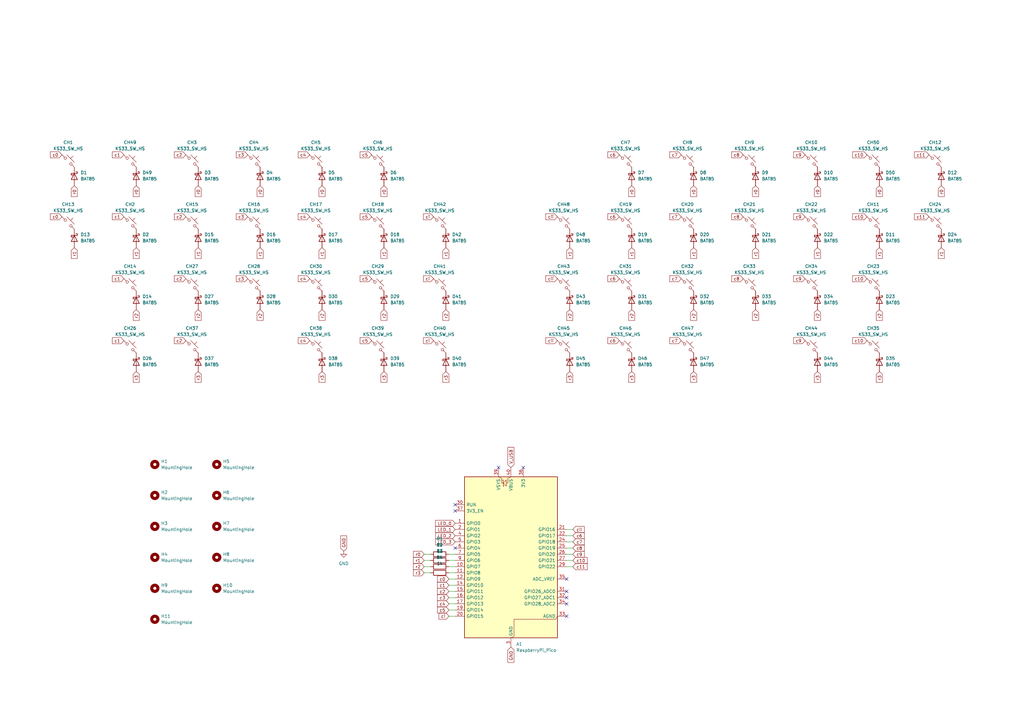
<source format=kicad_sch>
(kicad_sch (version 20250114) (generator "eeschema") (generator_version "9.0")
  (paper "A3")
  (title_block (title "Yet another keyboard") (date "2025-07-26") (rev "1.0-a") (company "My little free time Ltd") (comment 1 "This time non/split") (comment 2 "And I'll add a plate too!"))
  (no_connect (at 186.69 207.01))
  (no_connect (at 232.41 237.49))
  (no_connect (at 232.41 247.65))
  (no_connect (at 204.47 191.77))
  (no_connect (at 232.41 252.73))
  (no_connect (at 186.69 209.55))
  (no_connect (at 232.41 242.57))
  (no_connect (at 232.41 245.11))
  (no_connect (at 214.63 191.77))
  (no_connect (at 186.69 224.79))
  (wire (pts (xy 232.41 222.25) (xy 234.95 222.25)))
  (wire (pts (xy 184.15 227.33) (xy 186.69 227.33)))
  (wire (pts (xy 173.99 227.33) (xy 176.53 227.33)))
  (wire (pts (xy 184.15 242.57) (xy 186.69 242.57)))
  (wire (pts (xy 232.41 224.79) (xy 234.95 224.79)))
  (wire (pts (xy 232.41 227.33) (xy 234.95 227.33)))
  (wire (pts (xy 184.15 240.03) (xy 186.69 240.03)))
  (wire (pts (xy 184.15 252.73) (xy 186.69 252.73)))
  (wire (pts (xy 232.41 219.71) (xy 234.95 219.71)))
  (wire (pts (xy 184.15 234.95) (xy 186.69 234.95)))
  (wire (pts (xy 232.41 217.17) (xy 234.95 217.17)))
  (wire (pts (xy 184.15 232.41) (xy 186.69 232.41)))
  (wire (pts (xy 184.15 245.11) (xy 186.69 245.11)))
  (wire (pts (xy 184.15 250.19) (xy 186.69 250.19)))
  (wire (pts (xy 184.15 247.65) (xy 186.69 247.65)))
  (wire (pts (xy 232.41 232.41) (xy 234.95 232.41)))
  (wire (pts (xy 173.99 229.87) (xy 176.53 229.87)))
  (wire (pts (xy 173.99 232.41) (xy 176.53 232.41)))
  (wire (pts (xy 232.41 229.87) (xy 234.95 229.87)))
  (wire (pts (xy 184.15 229.87) (xy 186.69 229.87)))
  (wire (pts (xy 173.99 234.95) (xy 176.53 234.95)))
  (wire (pts (xy 184.15 237.49) (xy 186.69 237.49)))
  (global_label "c1" (shape input) (at 50.8 114.3 180) (property "Intersheetrefs" "${INTERSHEET_REFS}" (effects (hide yes))))
  (global_label "c5" (shape input) (at 152.4 88.9 180) (property "Intersheetrefs" "${INTERSHEET_REFS}" (effects (hide yes))))
  (global_label "r1" (shape input) (at 335.28 101.6 270) (property "Intersheetrefs" "${INTERSHEET_REFS}" (effects (hide yes))))
  (global_label "c5" (shape input) (at 184.15 250.19 180) (property "Intersheetrefs" "${INTERSHEET_REFS}" (effects (hide yes))))
  (global_label "r3" (shape input) (at 81.28 152.4 270) (property "Intersheetrefs" "${INTERSHEET_REFS}" (effects (hide yes))))
  (global_label "c4" (shape input) (at 184.15 247.65 180) (property "Intersheetrefs" "${INTERSHEET_REFS}" (effects (hide yes))))
  (global_label "r0" (shape input) (at 335.28 76.2 270) (property "Intersheetrefs" "${INTERSHEET_REFS}" (effects (hide yes))))
  (global_label "c2" (shape input) (at 76.2 114.3 180) (property "Intersheetrefs" "${INTERSHEET_REFS}" (effects (hide yes))))
  (global_label "r0" (shape input) (at 284.48 76.2 270) (property "Intersheetrefs" "${INTERSHEET_REFS}" (effects (hide yes))))
  (global_label "c2" (shape input) (at 184.15 242.57 180) (property "Intersheetrefs" "${INTERSHEET_REFS}" (effects (hide yes))))
  (global_label "r0" (shape input) (at 386.08 76.2 270) (property "Intersheetrefs" "${INTERSHEET_REFS}" (effects (hide yes))))
  (global_label "r3" (shape input) (at 182.88 152.4 270) (property "Intersheetrefs" "${INTERSHEET_REFS}" (effects (hide yes))))
  (global_label "c3" (shape input) (at 101.6 63.5 180) (property "Intersheetrefs" "${INTERSHEET_REFS}" (effects (hide yes))))
  (global_label "r1" (shape input) (at 55.88 101.6 270) (property "Intersheetrefs" "${INTERSHEET_REFS}" (effects (hide yes))))
  (global_label "r3" (shape input) (at 259.08 152.4 270) (property "Intersheetrefs" "${INTERSHEET_REFS}" (effects (hide yes))))
  (global_label "r0" (shape input) (at 157.48 76.2 270) (property "Intersheetrefs" "${INTERSHEET_REFS}" (effects (hide yes))))
  (global_label "ci" (shape input) (at 177.8 139.7 180) (property "Intersheetrefs" "${INTERSHEET_REFS}" (effects (hide yes))))
  (global_label "r1" (shape input) (at 284.48 101.6 270) (property "Intersheetrefs" "${INTERSHEET_REFS}" (effects (hide yes))))
  (global_label "c3" (shape input) (at 101.6 88.9 180) (property "Intersheetrefs" "${INTERSHEET_REFS}" (effects (hide yes))))
  (global_label "r1" (shape input) (at 81.28 101.6 270) (property "Intersheetrefs" "${INTERSHEET_REFS}" (effects (hide yes))))
  (global_label "r2" (shape input) (at 173.99 232.41 180) (property "Intersheetrefs" "${INTERSHEET_REFS}" (effects (hide yes))))
  (global_label "c3" (shape input) (at 101.6 114.3 180) (property "Intersheetrefs" "${INTERSHEET_REFS}" (effects (hide yes))))
  (global_label "cii" (shape input) (at 228.6 88.9 180) (property "Intersheetrefs" "${INTERSHEET_REFS}" (effects (hide yes))))
  (global_label "c11" (shape input) (at 381 88.9 180) (property "Intersheetrefs" "${INTERSHEET_REFS}" (effects (hide yes))))
  (global_label "r2" (shape input) (at 259.08 127 270) (property "Intersheetrefs" "${INTERSHEET_REFS}" (effects (hide yes))))
  (global_label "r3" (shape input) (at 157.48 152.4 270) (property "Intersheetrefs" "${INTERSHEET_REFS}" (effects (hide yes))))
  (global_label "ci" (shape input) (at 177.8 114.3 180) (property "Intersheetrefs" "${INTERSHEET_REFS}" (effects (hide yes))))
  (global_label "c4" (shape input) (at 127 139.7 180) (property "Intersheetrefs" "${INTERSHEET_REFS}" (effects (hide yes))))
  (global_label "cii" (shape input) (at 228.6 139.7 180) (property "Intersheetrefs" "${INTERSHEET_REFS}" (effects (hide yes))))
  (global_label "cii" (shape input) (at 228.6 114.3 180) (property "Intersheetrefs" "${INTERSHEET_REFS}" (effects (hide yes))))
  (global_label "r1" (shape input) (at 233.68 101.6 270) (property "Intersheetrefs" "${INTERSHEET_REFS}" (effects (hide yes))))
  (global_label "LED_1" (shape input) (at 186.69 217.17 180) (property "Intersheetrefs" "${INTERSHEET_REFS}" (effects (hide yes))))
  (global_label "c7" (shape input) (at 279.4 139.7 180) (property "Intersheetrefs" "${INTERSHEET_REFS}" (effects (hide yes))))
  (global_label "c6" (shape input) (at 254 88.9 180) (property "Intersheetrefs" "${INTERSHEET_REFS}" (effects (hide yes))))
  (global_label "c10" (shape input) (at 355.6 63.5 180) (property "Intersheetrefs" "${INTERSHEET_REFS}" (effects (hide yes))))
  (global_label "c9" (shape input) (at 234.95 227.33 0) (property "Intersheetrefs" "${INTERSHEET_REFS}" (effects (hide yes))))
  (global_label "r2" (shape input) (at 106.68 127 270) (property "Intersheetrefs" "${INTERSHEET_REFS}" (effects (hide yes))))
  (global_label "r1" (shape input) (at 386.08 101.6 270) (property "Intersheetrefs" "${INTERSHEET_REFS}" (effects (hide yes))))
  (global_label "r0" (shape input) (at 259.08 76.2 270) (property "Intersheetrefs" "${INTERSHEET_REFS}" (effects (hide yes))))
  (global_label "c8" (shape input) (at 304.8 114.3 180) (property "Intersheetrefs" "${INTERSHEET_REFS}" (effects (hide yes))))
  (global_label "c9" (shape input) (at 330.2 114.3 180) (property "Intersheetrefs" "${INTERSHEET_REFS}" (effects (hide yes))))
  (global_label "c5" (shape input) (at 152.4 63.5 180) (property "Intersheetrefs" "${INTERSHEET_REFS}" (effects (hide yes))))
  (global_label "c8" (shape input) (at 304.8 88.9 180) (property "Intersheetrefs" "${INTERSHEET_REFS}" (effects (hide yes))))
  (global_label "c9" (shape input) (at 330.2 63.5 180) (property "Intersheetrefs" "${INTERSHEET_REFS}" (effects (hide yes))))
  (global_label "c2" (shape input) (at 76.2 88.9 180) (property "Intersheetrefs" "${INTERSHEET_REFS}" (effects (hide yes))))
  (global_label "c4" (shape input) (at 127 88.9 180) (property "Intersheetrefs" "${INTERSHEET_REFS}" (effects (hide yes))))
  (global_label "r3" (shape input) (at 233.68 152.4 270) (property "Intersheetrefs" "${INTERSHEET_REFS}" (effects (hide yes))))
  (global_label "r2" (shape input) (at 182.88 127 270) (property "Intersheetrefs" "${INTERSHEET_REFS}" (effects (hide yes))))
  (global_label "c10" (shape input) (at 355.6 139.7 180) (property "Intersheetrefs" "${INTERSHEET_REFS}" (effects (hide yes))))
  (global_label "r2" (shape input) (at 81.28 127 270) (property "Intersheetrefs" "${INTERSHEET_REFS}" (effects (hide yes))))
  (global_label "r0" (shape input) (at 309.88 76.2 270) (property "Intersheetrefs" "${INTERSHEET_REFS}" (effects (hide yes))))
  (global_label "r1" (shape input) (at 173.99 229.87 180) (property "Intersheetrefs" "${INTERSHEET_REFS}" (effects (hide yes))))
  (global_label "r2" (shape input) (at 157.48 127 270) (property "Intersheetrefs" "${INTERSHEET_REFS}" (effects (hide yes))))
  (global_label "c7" (shape input) (at 279.4 63.5 180) (property "Intersheetrefs" "${INTERSHEET_REFS}" (effects (hide yes))))
  (global_label "c5" (shape input) (at 152.4 114.3 180) (property "Intersheetrefs" "${INTERSHEET_REFS}" (effects (hide yes))))
  (global_label "c7" (shape input) (at 279.4 114.3 180) (property "Intersheetrefs" "${INTERSHEET_REFS}" (effects (hide yes))))
  (global_label "r2" (shape input) (at 360.68 127 270) (property "Intersheetrefs" "${INTERSHEET_REFS}" (effects (hide yes))))
  (global_label "c1" (shape input) (at 50.8 88.9 180) (property "Intersheetrefs" "${INTERSHEET_REFS}" (effects (hide yes))))
  (global_label "c8" (shape input) (at 234.95 224.79 0) (property "Intersheetrefs" "${INTERSHEET_REFS}" (effects (hide yes))))
  (global_label "V_USB" (shape input) (at 209.55 191.77 90) (property "Intersheetrefs" "${INTERSHEET_REFS}" (effects (hide yes))))
  (global_label "LED_0" (shape input) (at 186.69 214.63 180) (property "Intersheetrefs" "${INTERSHEET_REFS}" (effects (hide yes))))
  (global_label "r3" (shape input) (at 360.68 152.4 270) (property "Intersheetrefs" "${INTERSHEET_REFS}" (effects (hide yes))))
  (global_label "c0" (shape input) (at 25.4 88.9 180) (property "Intersheetrefs" "${INTERSHEET_REFS}" (effects (hide yes))))
  (global_label "LED_2" (shape input) (at 186.69 219.71 180) (property "Intersheetrefs" "${INTERSHEET_REFS}" (effects (hide yes))))
  (global_label "c3" (shape input) (at 184.15 245.11 180) (property "Intersheetrefs" "${INTERSHEET_REFS}" (effects (hide yes))))
  (global_label "r3" (shape input) (at 335.28 152.4 270) (property "Intersheetrefs" "${INTERSHEET_REFS}" (effects (hide yes))))
  (global_label "r0" (shape input) (at 173.99 227.33 180) (property "Intersheetrefs" "${INTERSHEET_REFS}" (effects (hide yes))))
  (global_label "r2" (shape input) (at 233.68 127 270) (property "Intersheetrefs" "${INTERSHEET_REFS}" (effects (hide yes))))
  (global_label "c10" (shape input) (at 355.6 114.3 180) (property "Intersheetrefs" "${INTERSHEET_REFS}" (effects (hide yes))))
  (global_label "c4" (shape input) (at 127 114.3 180) (property "Intersheetrefs" "${INTERSHEET_REFS}" (effects (hide yes))))
  (global_label "ci" (shape input) (at 177.8 88.9 180) (property "Intersheetrefs" "${INTERSHEET_REFS}" (effects (hide yes))))
  (global_label "r0" (shape input) (at 132.08 76.2 270) (property "Intersheetrefs" "${INTERSHEET_REFS}" (effects (hide yes))))
  (global_label "r0" (shape input) (at 30.48 76.2 270) (property "Intersheetrefs" "${INTERSHEET_REFS}" (effects (hide yes))))
  (global_label "r1" (shape input) (at 157.48 101.6 270) (property "Intersheetrefs" "${INTERSHEET_REFS}" (effects (hide yes))))
  (global_label "c9" (shape input) (at 330.2 139.7 180) (property "Intersheetrefs" "${INTERSHEET_REFS}" (effects (hide yes))))
  (global_label "LED_3" (shape input) (at 186.69 222.25 180) (property "Intersheetrefs" "${INTERSHEET_REFS}" (effects (hide yes))))
  (global_label "c10" (shape input) (at 355.6 88.9 180) (property "Intersheetrefs" "${INTERSHEET_REFS}" (effects (hide yes))))
  (global_label "c7" (shape input) (at 279.4 88.9 180) (property "Intersheetrefs" "${INTERSHEET_REFS}" (effects (hide yes))))
  (global_label "r2" (shape input) (at 284.48 127 270) (property "Intersheetrefs" "${INTERSHEET_REFS}" (effects (hide yes))))
  (global_label "c5" (shape input) (at 152.4 139.7 180) (property "Intersheetrefs" "${INTERSHEET_REFS}" (effects (hide yes))))
  (global_label "r0" (shape input) (at 106.68 76.2 270) (property "Intersheetrefs" "${INTERSHEET_REFS}" (effects (hide yes))))
  (global_label "r3" (shape input) (at 132.08 152.4 270) (property "Intersheetrefs" "${INTERSHEET_REFS}" (effects (hide yes))))
  (global_label "r2" (shape input) (at 335.28 127 270) (property "Intersheetrefs" "${INTERSHEET_REFS}" (effects (hide yes))))
  (global_label "GND" (shape input) (at 140.97 226.06 90) (property "Intersheetrefs" "${INTERSHEET_REFS}" (effects (hide yes))))
  (global_label "c6" (shape input) (at 254 114.3 180) (property "Intersheetrefs" "${INTERSHEET_REFS}" (effects (hide yes))))
  (global_label "r2" (shape input) (at 55.88 127 270) (property "Intersheetrefs" "${INTERSHEET_REFS}" (effects (hide yes))))
  (global_label "c8" (shape input) (at 304.8 63.5 180) (property "Intersheetrefs" "${INTERSHEET_REFS}" (effects (hide yes))))
  (global_label "c11" (shape input) (at 381 63.5 180) (property "Intersheetrefs" "${INTERSHEET_REFS}" (effects (hide yes))))
  (global_label "c7" (shape input) (at 234.95 222.25 0) (property "Intersheetrefs" "${INTERSHEET_REFS}" (effects (hide yes))))
  (global_label "c10" (shape input) (at 234.95 229.87 0) (property "Intersheetrefs" "${INTERSHEET_REFS}" (effects (hide yes))))
  (global_label "c4" (shape input) (at 127 63.5 180) (property "Intersheetrefs" "${INTERSHEET_REFS}" (effects (hide yes))))
  (global_label "r0" (shape input) (at 360.68 76.2 270) (property "Intersheetrefs" "${INTERSHEET_REFS}" (effects (hide yes))))
  (global_label "r1" (shape input) (at 132.08 101.6 270) (property "Intersheetrefs" "${INTERSHEET_REFS}" (effects (hide yes))))
  (global_label "c2" (shape input) (at 76.2 139.7 180) (property "Intersheetrefs" "${INTERSHEET_REFS}" (effects (hide yes))))
  (global_label "r3" (shape input) (at 284.48 152.4 270) (property "Intersheetrefs" "${INTERSHEET_REFS}" (effects (hide yes))))
  (global_label "r1" (shape input) (at 259.08 101.6 270) (property "Intersheetrefs" "${INTERSHEET_REFS}" (effects (hide yes))))
  (global_label "r0" (shape input) (at 55.88 76.2 270) (property "Intersheetrefs" "${INTERSHEET_REFS}" (effects (hide yes))))
  (global_label "c6" (shape input) (at 254 63.5 180) (property "Intersheetrefs" "${INTERSHEET_REFS}" (effects (hide yes))))
  (global_label "c6" (shape input) (at 234.95 219.71 0) (property "Intersheetrefs" "${INTERSHEET_REFS}" (effects (hide yes))))
  (global_label "r1" (shape input) (at 309.88 101.6 270) (property "Intersheetrefs" "${INTERSHEET_REFS}" (effects (hide yes))))
  (global_label "c9" (shape input) (at 330.2 88.9 180) (property "Intersheetrefs" "${INTERSHEET_REFS}" (effects (hide yes))))
  (global_label "c0" (shape input) (at 25.4 63.5 180) (property "Intersheetrefs" "${INTERSHEET_REFS}" (effects (hide yes))))
  (global_label "c1" (shape input) (at 50.8 139.7 180) (property "Intersheetrefs" "${INTERSHEET_REFS}" (effects (hide yes))))
  (global_label "r1" (shape input) (at 30.48 101.6 270) (property "Intersheetrefs" "${INTERSHEET_REFS}" (effects (hide yes))))
  (global_label "c0" (shape input) (at 184.15 237.49 180) (property "Intersheetrefs" "${INTERSHEET_REFS}" (effects (hide yes))))
  (global_label "r1" (shape input) (at 360.68 101.6 270) (property "Intersheetrefs" "${INTERSHEET_REFS}" (effects (hide yes))))
  (global_label "ci" (shape input) (at 184.15 252.73 180) (property "Intersheetrefs" "${INTERSHEET_REFS}" (effects (hide yes))))
  (global_label "r0" (shape input) (at 81.28 76.2 270) (property "Intersheetrefs" "${INTERSHEET_REFS}" (effects (hide yes))))
  (global_label "c11" (shape input) (at 234.95 232.41 0) (property "Intersheetrefs" "${INTERSHEET_REFS}" (effects (hide yes))))
  (global_label "c1" (shape input) (at 50.8 63.5 180) (property "Intersheetrefs" "${INTERSHEET_REFS}" (effects (hide yes))))
  (global_label "r2" (shape input) (at 132.08 127 270) (property "Intersheetrefs" "${INTERSHEET_REFS}" (effects (hide yes))))
  (global_label "c1" (shape input) (at 184.15 240.03 180) (property "Intersheetrefs" "${INTERSHEET_REFS}" (effects (hide yes))))
  (global_label "r1" (shape input) (at 182.88 101.6 270) (property "Intersheetrefs" "${INTERSHEET_REFS}" (effects (hide yes))))
  (global_label "cii" (shape input) (at 234.95 217.17 0) (property "Intersheetrefs" "${INTERSHEET_REFS}" (effects (hide yes))))
  (global_label "GND" (shape input) (at 209.55 265.43 270) (property "Intersheetrefs" "${INTERSHEET_REFS}" (effects (hide yes))))
  (global_label "r3" (shape input) (at 55.88 152.4 270) (property "Intersheetrefs" "${INTERSHEET_REFS}" (effects (hide yes))))
  (global_label "r3" (shape input) (at 173.99 234.95 180) (property "Intersheetrefs" "${INTERSHEET_REFS}" (effects (hide yes))))
  (global_label "c2" (shape input) (at 76.2 63.5 180) (property "Intersheetrefs" "${INTERSHEET_REFS}" (effects (hide yes))))
  (global_label "r2" (shape input) (at 309.88 127 270) (property "Intersheetrefs" "${INTERSHEET_REFS}" (effects (hide yes))))
  (global_label "c6" (shape input) (at 254 139.7 180) (property "Intersheetrefs" "${INTERSHEET_REFS}" (effects (hide yes))))
  (global_label "r1" (shape input) (at 106.68 101.6 270) (property "Intersheetrefs" "${INTERSHEET_REFS}" (effects (hide yes))))
  (symbol (lib_id "Diode:BAT85") (at 81.28 97.79 270) (unit 1)
    (property "Reference" "D15" (at 83.82 96.2024 90) (effects (justify left)))
    (property "Value" "BAT85" (at 83.82 98.7424 90) (effects (justify left)))
    (property "Footprint" "Diode_THT:D_DO-35_SOD27_P7.62mm_Horizontal" (effects (hide yes)))
    (property "Datasheet" "https://assets.nexperia.com/documents/data-sheet/BAT85.pdf" (effects (hide yes)))
    (property "Description" "30V 0.2A Schottky barrier single diode, DO-35" (effects (hide yes)))
  )
  (symbol (lib_id "Diode:BAT85") (at 182.88 148.59 270) (unit 1)
    (property "Reference" "D40" (at 185.42 147.0024 90) (effects (justify left)))
    (property "Value" "BAT85" (at 185.42 149.5424 90) (effects (justify left)))
    (property "Footprint" "Diode_THT:D_DO-35_SOD27_P7.62mm_Horizontal" (effects (hide yes)))
    (property "Datasheet" "https://assets.nexperia.com/documents/data-sheet/BAT85.pdf" (effects (hide yes)))
    (property "Description" "30V 0.2A Schottky barrier single diode, DO-35" (effects (hide yes)))
  )
  (symbol (lib_id "PCM_marbastlib-gateron_lp:KS33_SW_HS_KS-2P02B01-02") (at 231.14 116.84 0) (unit 1)
    (property "Reference" "CH43" (at 231.14 109.22 0))
    (property "Value" "KS33_SW_HS" (at 231.14 111.76 0))
    (property "Footprint" "packed_switches_library:SW_KS33_HS_1u_18.5mm" (effects (hide yes)))
    (property "Description" "Push button switch, normally open, two pins, 45° tilted" (effects (hide yes)))
  )
  (symbol (lib_id "Diode:BAT85") (at 81.28 148.59 270) (unit 1)
    (property "Reference" "D37" (at 83.82 147.0024 90) (effects (justify left)))
    (property "Value" "BAT85" (at 83.82 149.5424 90) (effects (justify left)))
    (property "Footprint" "Diode_THT:D_DO-35_SOD27_P7.62mm_Horizontal" (effects (hide yes)))
    (property "Datasheet" "https://assets.nexperia.com/documents/data-sheet/BAT85.pdf" (effects (hide yes)))
    (property "Description" "30V 0.2A Schottky barrier single diode, DO-35" (effects (hide yes)))
  )
  (symbol (lib_id "Diode:BAT85") (at 233.68 97.79 270) (unit 1)
    (property "Reference" "D48" (at 236.22 96.2024 90) (effects (justify left)))
    (property "Value" "BAT85" (at 236.22 98.7424 90) (effects (justify left)))
    (property "Footprint" "Diode_THT:D_DO-35_SOD27_P7.62mm_Horizontal" (effects (hide yes)))
    (property "Datasheet" "https://assets.nexperia.com/documents/data-sheet/BAT85.pdf" (effects (hide yes)))
    (property "Description" "30V 0.2A Schottky barrier single diode, DO-35" (effects (hide yes)))
  )
  (symbol (lib_id "Diode:BAT85") (at 259.08 123.19 270) (unit 1)
    (property "Reference" "D31" (at 261.62 121.6024 90) (effects (justify left)))
    (property "Value" "BAT85" (at 261.62 124.1424 90) (effects (justify left)))
    (property "Footprint" "Diode_THT:D_DO-35_SOD27_P7.62mm_Horizontal" (effects (hide yes)))
    (property "Datasheet" "https://assets.nexperia.com/documents/data-sheet/BAT85.pdf" (effects (hide yes)))
    (property "Description" "30V 0.2A Schottky barrier single diode, DO-35" (effects (hide yes)))
  )
  (symbol (lib_id "Diode:BAT85") (at 106.68 97.79 270) (unit 1)
    (property "Reference" "D16" (at 109.22 96.2024 90) (effects (justify left)))
    (property "Value" "BAT85" (at 109.22 98.7424 90) (effects (justify left)))
    (property "Footprint" "Diode_THT:D_DO-35_SOD27_P7.62mm_Horizontal" (effects (hide yes)))
    (property "Datasheet" "https://assets.nexperia.com/documents/data-sheet/BAT85.pdf" (effects (hide yes)))
    (property "Description" "30V 0.2A Schottky barrier single diode, DO-35" (effects (hide yes)))
  )
  (symbol (lib_id "PCM_marbastlib-gateron_lp:KS33_SW_HS_KS-2P02B01-02") (at 154.94 116.84 0) (unit 1)
    (property "Reference" "CH29" (at 154.94 109.22 0))
    (property "Value" "KS33_SW_HS" (at 154.94 111.76 0))
    (property "Footprint" "packed_switches_library:SW_KS33_HS_1u_18.5mm" (effects (hide yes)))
    (property "Description" "Push button switch, normally open, two pins, 45° tilted" (effects (hide yes)))
  )
  (symbol (lib_id "Diode:BAT85") (at 182.88 97.79 270) (unit 1)
    (property "Reference" "D42" (at 185.42 96.2024 90) (effects (justify left)))
    (property "Value" "BAT85" (at 185.42 98.7424 90) (effects (justify left)))
    (property "Footprint" "Diode_THT:D_DO-35_SOD27_P7.62mm_Horizontal" (effects (hide yes)))
    (property "Datasheet" "https://assets.nexperia.com/documents/data-sheet/BAT85.pdf" (effects (hide yes)))
    (property "Description" "30V 0.2A Schottky barrier single diode, DO-35" (effects (hide yes)))
  )
  (symbol (lib_id "PCM_marbastlib-gateron_lp:KS33_SW_HS_KS-2P02B01-02") (at 53.34 66.04 0) (unit 1)
    (property "Reference" "CH49" (at 53.34 58.42 0))
    (property "Value" "KS33_SW_HS" (at 53.34 60.96 0))
    (property "Footprint" "packed_switches_library:SW_KS33_HS_1u_18.5mm" (effects (hide yes)))
    (property "Description" "Push button switch, normally open, two pins, 45° tilted" (effects (hide yes)))
  )
  (symbol (lib_id "Mechanical:MountingHole") (at 88.9 190.5 0) (unit 1) (in_bom no)
    (property "Reference" "H5" (at 91.44 189.2299 0) (effects (justify left)))
    (property "Value" "MountingHole" (at 91.44 191.7699 0) (effects (justify left)))
    (property "Footprint" "MountingHole:MountingHole_3.2mm_M3_Pad_Via" (effects (hide yes)))
    (property "Description" "Mounting Hole without connection" (effects (hide yes)))
  )
  (symbol (lib_id "PCM_marbastlib-gateron_lp:KS33_SW_HS_KS-2P02B01-02") (at 78.74 66.04 0) (unit 1)
    (property "Reference" "CH3" (at 78.74 58.42 0))
    (property "Value" "KS33_SW_HS" (at 78.74 60.96 0))
    (property "Footprint" "packed_switches_library:SW_KS33_HS_1u_18.5mm" (effects (hide yes)))
    (property "Description" "Push button switch, normally open, two pins, 45° tilted" (effects (hide yes)))
  )
  (symbol (lib_id "PCM_marbastlib-gateron_lp:KS33_SW_HS_KS-2P02B01-02") (at 27.94 66.04 0) (unit 1)
    (property "Reference" "CH1" (at 27.94 58.42 0))
    (property "Value" "KS33_SW_HS" (at 27.94 60.96 0))
    (property "Footprint" "packed_switches_library:SW_KS33_HS_1u_18.5mm" (effects (hide yes)))
    (property "Description" "Push button switch, normally open, two pins, 45° tilted" (effects (hide yes)))
  )
  (symbol (lib_id "PCM_marbastlib-gateron_lp:KS33_SW_HS_KS-2P02B01-02") (at 358.14 142.24 0) (unit 1)
    (property "Reference" "CH35" (at 358.14 134.62 0))
    (property "Value" "KS33_SW_HS" (at 358.14 137.16 0))
    (property "Footprint" "packed_switches_library:SW_KS33_HS_1u_18.5mm" (effects (hide yes)))
    (property "Description" "Push button switch, normally open, two pins, 45° tilted" (effects (hide yes)))
  )
  (symbol (lib_id "Diode:BAT85") (at 309.88 97.79 270) (unit 1)
    (property "Reference" "D21" (at 312.42 96.2024 90) (effects (justify left)))
    (property "Value" "BAT85" (at 312.42 98.7424 90) (effects (justify left)))
    (property "Footprint" "Diode_THT:D_DO-35_SOD27_P7.62mm_Horizontal" (effects (hide yes)))
    (property "Datasheet" "https://assets.nexperia.com/documents/data-sheet/BAT85.pdf" (effects (hide yes)))
    (property "Description" "30V 0.2A Schottky barrier single diode, DO-35" (effects (hide yes)))
  )
  (symbol (lib_id "Diode:BAT85") (at 106.68 123.19 270) (unit 1)
    (property "Reference" "D28" (at 109.22 121.6024 90) (effects (justify left)))
    (property "Value" "BAT85" (at 109.22 124.1424 90) (effects (justify left)))
    (property "Footprint" "Diode_THT:D_DO-35_SOD27_P7.62mm_Horizontal" (effects (hide yes)))
    (property "Datasheet" "https://assets.nexperia.com/documents/data-sheet/BAT85.pdf" (effects (hide yes)))
    (property "Description" "30V 0.2A Schottky barrier single diode, DO-35" (effects (hide yes)))
  )
  (symbol (lib_id "PCM_marbastlib-gateron_lp:KS33_SW_HS_KS-2P02B01-02") (at 78.74 91.44 0) (unit 1)
    (property "Reference" "CH15" (at 78.74 83.82 0))
    (property "Value" "KS33_SW_HS" (at 78.74 86.36 0))
    (property "Footprint" "packed_switches_library:SW_KS33_HS_1u_18.5mm" (effects (hide yes)))
    (property "Description" "Push button switch, normally open, two pins, 45° tilted" (effects (hide yes)))
  )
  (symbol (lib_id "PCM_marbastlib-gateron_lp:KS33_SW_HS_KS-2P02B01-02") (at 27.94 91.44 0) (unit 1)
    (property "Reference" "CH13" (at 27.94 83.82 0))
    (property "Value" "KS33_SW_HS" (at 27.94 86.36 0))
    (property "Footprint" "packed_switches_library:SW_KS33_HS_1u_18.5mm" (effects (hide yes)))
    (property "Description" "Push button switch, normally open, two pins, 45° tilted" (effects (hide yes)))
  )
  (symbol (lib_id "Diode:BAT85") (at 81.28 72.39 270) (unit 1)
    (property "Reference" "D3" (at 83.82 70.8024 90) (effects (justify left)))
    (property "Value" "BAT85" (at 83.82 73.3424 90) (effects (justify left)))
    (property "Footprint" "Diode_THT:D_DO-35_SOD27_P7.62mm_Horizontal" (effects (hide yes)))
    (property "Datasheet" "https://assets.nexperia.com/documents/data-sheet/BAT85.pdf" (effects (hide yes)))
    (property "Description" "30V 0.2A Schottky barrier single diode, DO-35" (effects (hide yes)))
  )
  (symbol (lib_id "PCM_marbastlib-gateron_lp:KS33_SW_HS_KS-2P02B01-02") (at 256.54 91.44 0) (unit 1)
    (property "Reference" "CH19" (at 256.54 83.82 0))
    (property "Value" "KS33_SW_HS" (at 256.54 86.36 0))
    (property "Footprint" "packed_switches_library:SW_KS33_HS_1u_18.5mm" (effects (hide yes)))
    (property "Description" "Push button switch, normally open, two pins, 45° tilted" (effects (hide yes)))
  )
  (symbol (lib_id "Diode:BAT85") (at 259.08 72.39 270) (unit 1)
    (property "Reference" "D7" (at 261.62 70.8024 90) (effects (justify left)))
    (property "Value" "BAT85" (at 261.62 73.3424 90) (effects (justify left)))
    (property "Footprint" "Diode_THT:D_DO-35_SOD27_P7.62mm_Horizontal" (effects (hide yes)))
    (property "Datasheet" "https://assets.nexperia.com/documents/data-sheet/BAT85.pdf" (effects (hide yes)))
    (property "Description" "30V 0.2A Schottky barrier single diode, DO-35" (effects (hide yes)))
  )
  (symbol (lib_id "Diode:BAT85") (at 157.48 148.59 270) (unit 1)
    (property "Reference" "D39" (at 160.02 147.0024 90) (effects (justify left)))
    (property "Value" "BAT85" (at 160.02 149.5424 90) (effects (justify left)))
    (property "Footprint" "Diode_THT:D_DO-35_SOD27_P7.62mm_Horizontal" (effects (hide yes)))
    (property "Datasheet" "https://assets.nexperia.com/documents/data-sheet/BAT85.pdf" (effects (hide yes)))
    (property "Description" "30V 0.2A Schottky barrier single diode, DO-35" (effects (hide yes)))
  )
  (symbol (lib_id "PCM_marbastlib-gateron_lp:KS33_SW_HS_KS-2P02B01-02") (at 307.34 66.04 0) (unit 1)
    (property "Reference" "CH9" (at 307.34 58.42 0))
    (property "Value" "KS33_SW_HS" (at 307.34 60.96 0))
    (property "Footprint" "packed_switches_library:SW_KS33_HS_1u_18.5mm" (effects (hide yes)))
    (property "Description" "Push button switch, normally open, two pins, 45° tilted" (effects (hide yes)))
  )
  (symbol (lib_id "Diode:BAT85") (at 55.88 123.19 270) (unit 1)
    (property "Reference" "D14" (at 58.42 121.6024 90) (effects (justify left)))
    (property "Value" "BAT85" (at 58.42 124.1424 90) (effects (justify left)))
    (property "Footprint" "Diode_THT:D_DO-35_SOD27_P7.62mm_Horizontal" (effects (hide yes)))
    (property "Datasheet" "https://assets.nexperia.com/documents/data-sheet/BAT85.pdf" (effects (hide yes)))
    (property "Description" "30V 0.2A Schottky barrier single diode, DO-35" (effects (hide yes)))
  )
  (symbol (lib_id "PCM_marbastlib-gateron_lp:KS33_SW_HS_KS-2P02B01-02") (at 104.14 116.84 0) (unit 1)
    (property "Reference" "CH28" (at 104.14 109.22 0))
    (property "Value" "KS33_SW_HS" (at 104.14 111.76 0))
    (property "Footprint" "packed_switches_library:SW_KS33_HS_1u_18.5mm" (effects (hide yes)))
    (property "Description" "Push button switch, normally open, two pins, 45° tilted" (effects (hide yes)))
  )
  (symbol (lib_id "Diode:BAT85") (at 30.48 97.79 270) (unit 1)
    (property "Reference" "D13" (at 33.02 96.2024 90) (effects (justify left)))
    (property "Value" "BAT85" (at 33.02 98.7424 90) (effects (justify left)))
    (property "Footprint" "Diode_THT:D_DO-35_SOD27_P7.62mm_Horizontal" (effects (hide yes)))
    (property "Datasheet" "https://assets.nexperia.com/documents/data-sheet/BAT85.pdf" (effects (hide yes)))
    (property "Description" "30V 0.2A Schottky barrier single diode, DO-35" (effects (hide yes)))
  )
  (symbol (lib_id "PCM_marbastlib-gateron_lp:KS33_SW_HS_KS-2P02B01-02") (at 358.14 116.84 0) (unit 1)
    (property "Reference" "CH23" (at 358.14 109.22 0))
    (property "Value" "KS33_SW_HS" (at 358.14 111.76 0))
    (property "Footprint" "packed_switches_library:SW_KS33_HS_1u_18.5mm" (effects (hide yes)))
    (property "Description" "Push button switch, normally open, two pins, 45° tilted" (effects (hide yes)))
  )
  (symbol (lib_id "PCM_marbastlib-gateron_lp:KS33_SW_HS_KS-2P02B01-02") (at 256.54 142.24 0) (unit 1)
    (property "Reference" "CH46" (at 256.54 134.62 0))
    (property "Value" "KS33_SW_HS" (at 256.54 137.16 0))
    (property "Footprint" "packed_switches_library:SW_KS33_HS_1u_18.5mm" (effects (hide yes)))
    (property "Description" "Push button switch, normally open, two pins, 45° tilted" (effects (hide yes)))
  )
  (symbol (lib_id "PCM_marbastlib-gateron_lp:KS33_SW_HS_KS-2P02B01-02") (at 383.54 91.44 0) (unit 1)
    (property "Reference" "CH24" (at 383.54 83.82 0))
    (property "Value" "KS33_SW_HS" (at 383.54 86.36 0))
    (property "Footprint" "packed_switches_library:SW_KS33_HS_1u_18.5mm" (effects (hide yes)))
    (property "Description" "Push button switch, normally open, two pins, 45° tilted" (effects (hide yes)))
  )
  (symbol (lib_id "PCM_marbastlib-gateron_lp:KS33_SW_HS_KS-2P02B01-02") (at 129.54 116.84 0) (unit 1)
    (property "Reference" "CH30" (at 129.54 109.22 0))
    (property "Value" "KS33_SW_HS" (at 129.54 111.76 0))
    (property "Footprint" "packed_switches_library:SW_KS33_HS_1u_18.5mm" (effects (hide yes)))
    (property "Description" "Push button switch, normally open, two pins, 45° tilted" (effects (hide yes)))
  )
  (symbol (lib_id "Diode:BAT85") (at 335.28 123.19 270) (unit 1)
    (property "Reference" "D34" (at 337.82 121.6024 90) (effects (justify left)))
    (property "Value" "BAT85" (at 337.82 124.1424 90) (effects (justify left)))
    (property "Footprint" "Diode_THT:D_DO-35_SOD27_P7.62mm_Horizontal" (effects (hide yes)))
    (property "Datasheet" "https://assets.nexperia.com/documents/data-sheet/BAT85.pdf" (effects (hide yes)))
    (property "Description" "30V 0.2A Schottky barrier single diode, DO-35" (effects (hide yes)))
  )
  (symbol (lib_id "Mechanical:MountingHole") (at 88.9 241.3 0) (unit 1) (in_bom no)
    (property "Reference" "H10" (at 91.44 240.0299 0) (effects (justify left)))
    (property "Value" "MountingHole" (at 91.44 242.5699 0) (effects (justify left)))
    (property "Footprint" "MountingHole:MountingHole_3.2mm_M3_Pad_Via" (effects (hide yes)))
    (property "Description" "Mounting Hole without connection" (effects (hide yes)))
  )
  (symbol (lib_id "Diode:BAT85") (at 157.48 72.39 270) (unit 1)
    (property "Reference" "D6" (at 160.02 70.8024 90) (effects (justify left)))
    (property "Value" "BAT85" (at 160.02 73.3424 90) (effects (justify left)))
    (property "Footprint" "Diode_THT:D_DO-35_SOD27_P7.62mm_Horizontal" (effects (hide yes)))
    (property "Datasheet" "https://assets.nexperia.com/documents/data-sheet/BAT85.pdf" (effects (hide yes)))
    (property "Description" "30V 0.2A Schottky barrier single diode, DO-35" (effects (hide yes)))
  )
  (symbol (lib_id "Diode:BAT85") (at 309.88 123.19 270) (unit 1)
    (property "Reference" "D33" (at 312.42 121.6024 90) (effects (justify left)))
    (property "Value" "BAT85" (at 312.42 124.1424 90) (effects (justify left)))
    (property "Footprint" "Diode_THT:D_DO-35_SOD27_P7.62mm_Horizontal" (effects (hide yes)))
    (property "Datasheet" "https://assets.nexperia.com/documents/data-sheet/BAT85.pdf" (effects (hide yes)))
    (property "Description" "30V 0.2A Schottky barrier single diode, DO-35" (effects (hide yes)))
  )
  (symbol (lib_id "Mechanical:MountingHole") (at 88.9 228.6 0) (unit 1) (in_bom no)
    (property "Reference" "H8" (at 91.44 227.3299 0) (effects (justify left)))
    (property "Value" "MountingHole" (at 91.44 229.8699 0) (effects (justify left)))
    (property "Footprint" "MountingHole:MountingHole_3.2mm_M3_Pad_Via" (effects (hide yes)))
    (property "Description" "Mounting Hole without connection" (effects (hide yes)))
  )
  (symbol (lib_id "Diode:BAT85") (at 55.88 148.59 270) (unit 1)
    (property "Reference" "D26" (at 58.42 147.0024 90) (effects (justify left)))
    (property "Value" "BAT85" (at 58.42 149.5424 90) (effects (justify left)))
    (property "Footprint" "Diode_THT:D_DO-35_SOD27_P7.62mm_Horizontal" (effects (hide yes)))
    (property "Datasheet" "https://assets.nexperia.com/documents/data-sheet/BAT85.pdf" (effects (hide yes)))
    (property "Description" "30V 0.2A Schottky barrier single diode, DO-35" (effects (hide yes)))
  )
  (symbol (lib_id "Diode:BAT85") (at 309.88 72.39 270) (unit 1)
    (property "Reference" "D9" (at 312.42 70.8024 90) (effects (justify left)))
    (property "Value" "BAT85" (at 312.42 73.3424 90) (effects (justify left)))
    (property "Footprint" "Diode_THT:D_DO-35_SOD27_P7.62mm_Horizontal" (effects (hide yes)))
    (property "Datasheet" "https://assets.nexperia.com/documents/data-sheet/BAT85.pdf" (effects (hide yes)))
    (property "Description" "30V 0.2A Schottky barrier single diode, DO-35" (effects (hide yes)))
  )
  (symbol (lib_id "Mechanical:MountingHole") (at 63.5 215.9 0) (unit 1) (in_bom no)
    (property "Reference" "H3" (at 66.04 214.6299 0) (effects (justify left)))
    (property "Value" "MountingHole" (at 66.04 217.1699 0) (effects (justify left)))
    (property "Footprint" "MountingHole:MountingHole_3.2mm_M3_Pad_Via" (effects (hide yes)))
    (property "Description" "Mounting Hole without connection" (effects (hide yes)))
  )
  (symbol (lib_id "Diode:BAT85") (at 259.08 97.79 270) (unit 1)
    (property "Reference" "D19" (at 261.62 96.2024 90) (effects (justify left)))
    (property "Value" "BAT85" (at 261.62 98.7424 90) (effects (justify left)))
    (property "Footprint" "Diode_THT:D_DO-35_SOD27_P7.62mm_Horizontal" (effects (hide yes)))
    (property "Datasheet" "https://assets.nexperia.com/documents/data-sheet/BAT85.pdf" (effects (hide yes)))
    (property "Description" "30V 0.2A Schottky barrier single diode, DO-35" (effects (hide yes)))
  )
  (symbol (lib_id "PCM_marbastlib-gateron_lp:KS33_SW_HS_KS-2P02B01-02") (at 180.34 91.44 0) (unit 1)
    (property "Reference" "CH42" (at 180.34 83.82 0))
    (property "Value" "KS33_SW_HS" (at 180.34 86.36 0))
    (property "Footprint" "packed_switches_library:SW_KS33_HS_1u_18.5mm" (effects (hide yes)))
    (property "Description" "Push button switch, normally open, two pins, 45° tilted" (effects (hide yes)))
  )
  (symbol (lib_id "Diode:BAT85") (at 335.28 72.39 270) (unit 1)
    (property "Reference" "D10" (at 337.82 70.8024 90) (effects (justify left)))
    (property "Value" "BAT85" (at 337.82 73.3424 90) (effects (justify left)))
    (property "Footprint" "Diode_THT:D_DO-35_SOD27_P7.62mm_Horizontal" (effects (hide yes)))
    (property "Datasheet" "https://assets.nexperia.com/documents/data-sheet/BAT85.pdf" (effects (hide yes)))
    (property "Description" "30V 0.2A Schottky barrier single diode, DO-35" (effects (hide yes)))
  )
  (symbol (lib_id "PCM_marbastlib-gateron_lp:KS33_SW_HS_KS-2P02B01-02") (at 154.94 66.04 0) (unit 1)
    (property "Reference" "CH6" (at 154.94 58.42 0))
    (property "Value" "KS33_SW_HS" (at 154.94 60.96 0))
    (property "Footprint" "packed_switches_library:SW_KS33_HS_1u_18.5mm" (effects (hide yes)))
    (property "Description" "Push button switch, normally open, two pins, 45° tilted" (effects (hide yes)))
  )
  (symbol (lib_id "Diode:BAT85") (at 81.28 123.19 270) (unit 1)
    (property "Reference" "D27" (at 83.82 121.6024 90) (effects (justify left)))
    (property "Value" "BAT85" (at 83.82 124.1424 90) (effects (justify left)))
    (property "Footprint" "Diode_THT:D_DO-35_SOD27_P7.62mm_Horizontal" (effects (hide yes)))
    (property "Datasheet" "https://assets.nexperia.com/documents/data-sheet/BAT85.pdf" (effects (hide yes)))
    (property "Description" "30V 0.2A Schottky barrier single diode, DO-35" (effects (hide yes)))
  )
  (symbol (lib_id "Diode:BAT85") (at 55.88 72.39 270) (unit 1)
    (property "Reference" "D49" (at 58.42 70.8024 90) (effects (justify left)))
    (property "Value" "BAT85" (at 58.42 73.3424 90) (effects (justify left)))
    (property "Footprint" "Diode_THT:D_DO-35_SOD27_P7.62mm_Horizontal" (effects (hide yes)))
    (property "Datasheet" "https://assets.nexperia.com/documents/data-sheet/BAT85.pdf" (effects (hide yes)))
    (property "Description" "30V 0.2A Schottky barrier single diode, DO-35" (effects (hide yes)))
  )
  (symbol (lib_id "Mechanical:MountingHole") (at 63.5 203.2 0) (unit 1) (in_bom no)
    (property "Reference" "H2" (at 66.04 201.9299 0) (effects (justify left)))
    (property "Value" "MountingHole" (at 66.04 204.4699 0) (effects (justify left)))
    (property "Footprint" "MountingHole:MountingHole_3.2mm_M3_Pad_Via" (effects (hide yes)))
    (property "Description" "Mounting Hole without connection" (effects (hide yes)))
  )
  (symbol (lib_id "Diode:BAT85") (at 132.08 72.39 270) (unit 1)
    (property "Reference" "D5" (at 134.62 70.8024 90) (effects (justify left)))
    (property "Value" "BAT85" (at 134.62 73.3424 90) (effects (justify left)))
    (property "Footprint" "Diode_THT:D_DO-35_SOD27_P7.62mm_Horizontal" (effects (hide yes)))
    (property "Datasheet" "https://assets.nexperia.com/documents/data-sheet/BAT85.pdf" (effects (hide yes)))
    (property "Description" "30V 0.2A Schottky barrier single diode, DO-35" (effects (hide yes)))
  )
  (symbol (lib_id "PCM_marbastlib-gateron_lp:KS33_SW_HS_KS-2P02B01-02") (at 129.54 91.44 0) (unit 1)
    (property "Reference" "CH17" (at 129.54 83.82 0))
    (property "Value" "KS33_SW_HS" (at 129.54 86.36 0))
    (property "Footprint" "packed_switches_library:SW_KS33_HS_1u_18.5mm" (effects (hide yes)))
    (property "Description" "Push button switch, normally open, two pins, 45° tilted" (effects (hide yes)))
  )
  (symbol (lib_id "Diode:BAT85") (at 360.68 72.39 270) (unit 1)
    (property "Reference" "D50" (at 363.22 70.8024 90) (effects (justify left)))
    (property "Value" "BAT85" (at 363.22 73.3424 90) (effects (justify left)))
    (property "Footprint" "Diode_THT:D_DO-35_SOD27_P7.62mm_Horizontal" (effects (hide yes)))
    (property "Datasheet" "https://assets.nexperia.com/documents/data-sheet/BAT85.pdf" (effects (hide yes)))
    (property "Description" "30V 0.2A Schottky barrier single diode, DO-35" (effects (hide yes)))
  )
  (symbol (lib_id "Diode:BAT85") (at 360.68 148.59 270) (unit 1)
    (property "Reference" "D35" (at 363.22 147.0024 90) (effects (justify left)))
    (property "Value" "BAT85" (at 363.22 149.5424 90) (effects (justify left)))
    (property "Footprint" "Diode_THT:D_DO-35_SOD27_P7.62mm_Horizontal" (effects (hide yes)))
    (property "Datasheet" "https://assets.nexperia.com/documents/data-sheet/BAT85.pdf" (effects (hide yes)))
    (property "Description" "30V 0.2A Schottky barrier single diode, DO-35" (effects (hide yes)))
  )
  (symbol (lib_id "Diode:BAT85") (at 106.68 72.39 270) (unit 1)
    (property "Reference" "D4" (at 109.22 70.8024 90) (effects (justify left)))
    (property "Value" "BAT85" (at 109.22 73.3424 90) (effects (justify left)))
    (property "Footprint" "Diode_THT:D_DO-35_SOD27_P7.62mm_Horizontal" (effects (hide yes)))
    (property "Datasheet" "https://assets.nexperia.com/documents/data-sheet/BAT85.pdf" (effects (hide yes)))
    (property "Description" "30V 0.2A Schottky barrier single diode, DO-35" (effects (hide yes)))
  )
  (symbol (lib_id "Diode:BAT85") (at 360.68 97.79 270) (unit 1)
    (property "Reference" "D11" (at 363.22 96.2024 90) (effects (justify left)))
    (property "Value" "BAT85" (at 363.22 98.7424 90) (effects (justify left)))
    (property "Footprint" "Diode_THT:D_DO-35_SOD27_P7.62mm_Horizontal" (effects (hide yes)))
    (property "Datasheet" "https://assets.nexperia.com/documents/data-sheet/BAT85.pdf" (effects (hide yes)))
    (property "Description" "30V 0.2A Schottky barrier single diode, DO-35" (effects (hide yes)))
  )
  (symbol (lib_id "PCM_marbastlib-gateron_lp:KS33_SW_HS_KS-2P02B01-02") (at 231.14 91.44 0) (unit 1)
    (property "Reference" "CH48" (at 231.14 83.82 0))
    (property "Value" "KS33_SW_HS" (at 231.14 86.36 0))
    (property "Footprint" "packed_switches_library:SW_KS33_HS_1u_18.5mm" (effects (hide yes)))
    (property "Description" "Push button switch, normally open, two pins, 45° tilted" (effects (hide yes)))
  )
  (symbol (lib_id "PCM_marbastlib-gateron_lp:KS33_SW_HS_KS-2P02B01-02") (at 53.34 142.24 0) (unit 1)
    (property "Reference" "CH26" (at 53.34 134.62 0))
    (property "Value" "KS33_SW_HS" (at 53.34 137.16 0))
    (property "Footprint" "packed_switches_library:SW_KS33_HS_1u_18.5mm" (effects (hide yes)))
    (property "Description" "Push button switch, normally open, two pins, 45° tilted" (effects (hide yes)))
  )
  (symbol (lib_id "PCM_marbastlib-gateron_lp:KS33_SW_HS_KS-2P02B01-02") (at 281.94 66.04 0) (unit 1)
    (property "Reference" "CH8" (at 281.94 58.42 0))
    (property "Value" "KS33_SW_HS" (at 281.94 60.96 0))
    (property "Footprint" "packed_switches_library:SW_KS33_HS_1u_18.5mm" (effects (hide yes)))
    (property "Description" "Push button switch, normally open, two pins, 45° tilted" (effects (hide yes)))
  )
  (symbol (lib_id "PCM_marbastlib-gateron_lp:KS33_SW_HS_KS-2P02B01-02") (at 180.34 116.84 0) (unit 1)
    (property "Reference" "CH41" (at 180.34 109.22 0))
    (property "Value" "KS33_SW_HS" (at 180.34 111.76 0))
    (property "Footprint" "packed_switches_library:SW_KS33_HS_1u_18.5mm" (effects (hide yes)))
    (property "Description" "Push button switch, normally open, two pins, 45° tilted" (effects (hide yes)))
  )
  (symbol (lib_id "PCM_marbastlib-gateron_lp:KS33_SW_HS_KS-2P02B01-02") (at 307.34 116.84 0) (unit 1)
    (property "Reference" "CH33" (at 307.34 109.22 0))
    (property "Value" "KS33_SW_HS" (at 307.34 111.76 0))
    (property "Footprint" "packed_switches_library:SW_KS33_HS_1u_18.5mm" (effects (hide yes)))
    (property "Description" "Push button switch, normally open, two pins, 45° tilted" (effects (hide yes)))
  )
  (symbol (lib_id "Mechanical:MountingHole") (at 88.9 215.9 0) (unit 1) (in_bom no)
    (property "Reference" "H7" (at 91.44 214.6299 0) (effects (justify left)))
    (property "Value" "MountingHole" (at 91.44 217.1699 0) (effects (justify left)))
    (property "Footprint" "MountingHole:MountingHole_3.2mm_M3_Pad_Via" (effects (hide yes)))
    (property "Description" "Mounting Hole without connection" (effects (hide yes)))
  )
  (symbol (lib_id "Diode:BAT85") (at 259.08 148.59 270) (unit 1)
    (property "Reference" "D46" (at 261.62 147.0024 90) (effects (justify left)))
    (property "Value" "BAT85" (at 261.62 149.5424 90) (effects (justify left)))
    (property "Footprint" "Diode_THT:D_DO-35_SOD27_P7.62mm_Horizontal" (effects (hide yes)))
    (property "Datasheet" "https://assets.nexperia.com/documents/data-sheet/BAT85.pdf" (effects (hide yes)))
    (property "Description" "30V 0.2A Schottky barrier single diode, DO-35" (effects (hide yes)))
  )
  (symbol (lib_id "Diode:BAT85") (at 360.68 123.19 270) (unit 1)
    (property "Reference" "D23" (at 363.22 121.6024 90) (effects (justify left)))
    (property "Value" "BAT85" (at 363.22 124.1424 90) (effects (justify left)))
    (property "Footprint" "Diode_THT:D_DO-35_SOD27_P7.62mm_Horizontal" (effects (hide yes)))
    (property "Datasheet" "https://assets.nexperia.com/documents/data-sheet/BAT85.pdf" (effects (hide yes)))
    (property "Description" "30V 0.2A Schottky barrier single diode, DO-35" (effects (hide yes)))
  )
  (symbol (lib_id "PCM_marbastlib-gateron_lp:KS33_SW_HS_KS-2P02B01-02") (at 358.14 66.04 0) (unit 1)
    (property "Reference" "CH50" (at 358.14 58.42 0))
    (property "Value" "KS33_SW_HS" (at 358.14 60.96 0))
    (property "Footprint" "packed_switches_library:SW_KS33_HS_1u_18.5mm" (effects (hide yes)))
    (property "Description" "Push button switch, normally open, two pins, 45° tilted" (effects (hide yes)))
  )
  (symbol (lib_id "power:GND") (at 140.97 226.06 0) (unit 1)
    (property "Reference" "#PWR01" (effects (hide yes)))
    (property "Value" "GND" (at 140.97 231.14 0))
    (property "Description" "Power symbol creates a global label with name \"GND\" , ground" (effects (hide yes)))
  )
  (symbol (lib_id "Device:R") (at 180.34 227.33 270) (unit 1)
    (property "Reference" "R1" (at 180.34 220.98 90))
    (property "Value" "1k" (at 180.34 223.52 90))
    (property "Footprint" "Resistor_THT:R_Axial_DIN0204_L3.6mm_D1.6mm_P7.62mm_Horizontal" (effects (hide yes)))
    (property "Description" "Resistor" (effects (hide yes)))
  )
  (symbol (lib_id "PCM_marbastlib-gateron_lp:KS33_SW_HS_KS-2P02B01-02") (at 281.94 116.84 0) (unit 1)
    (property "Reference" "CH32" (at 281.94 109.22 0))
    (property "Value" "KS33_SW_HS" (at 281.94 111.76 0))
    (property "Footprint" "packed_switches_library:SW_KS33_HS_1u_18.5mm" (effects (hide yes)))
    (property "Description" "Push button switch, normally open, two pins, 45° tilted" (effects (hide yes)))
  )
  (symbol (lib_id "Mechanical:MountingHole") (at 63.5 228.6 0) (unit 1) (in_bom no)
    (property "Reference" "H4" (at 66.04 227.3299 0) (effects (justify left)))
    (property "Value" "MountingHole" (at 66.04 229.8699 0) (effects (justify left)))
    (property "Footprint" "MountingHole:MountingHole_3.2mm_M3_Pad_Via" (effects (hide yes)))
    (property "Description" "Mounting Hole without connection" (effects (hide yes)))
  )
  (symbol (lib_id "Mechanical:MountingHole") (at 63.5 241.3 0) (unit 1) (in_bom no)
    (property "Reference" "H9" (at 66.04 240.0299 0) (effects (justify left)))
    (property "Value" "MountingHole" (at 66.04 242.5699 0) (effects (justify left)))
    (property "Footprint" "MountingHole:MountingHole_3.2mm_M3_Pad_Via" (effects (hide yes)))
    (property "Description" "Mounting Hole without connection" (effects (hide yes)))
  )
  (symbol (lib_id "Device:R") (at 180.34 229.87 270) (unit 1)
    (property "Reference" "R2" (at 180.34 223.52 90))
    (property "Value" "1k" (at 180.34 226.06 90))
    (property "Footprint" "Resistor_THT:R_Axial_DIN0204_L3.6mm_D1.6mm_P7.62mm_Horizontal" (effects (hide yes)))
    (property "Description" "Resistor" (effects (hide yes)))
  )
  (symbol (lib_id "PCM_marbastlib-gateron_lp:KS33_SW_HS_KS-2P02B01-02") (at 78.74 116.84 0) (unit 1)
    (property "Reference" "CH27" (at 78.74 109.22 0))
    (property "Value" "KS33_SW_HS" (at 78.74 111.76 0))
    (property "Footprint" "packed_switches_library:SW_KS33_HS_1u_18.5mm" (effects (hide yes)))
    (property "Description" "Push button switch, normally open, two pins, 45° tilted" (effects (hide yes)))
  )
  (symbol (lib_id "Diode:BAT85") (at 386.08 97.79 270) (unit 1)
    (property "Reference" "D24" (at 388.62 96.2024 90) (effects (justify left)))
    (property "Value" "BAT85" (at 388.62 98.7424 90) (effects (justify left)))
    (property "Footprint" "Diode_THT:D_DO-35_SOD27_P7.62mm_Horizontal" (effects (hide yes)))
    (property "Datasheet" "https://assets.nexperia.com/documents/data-sheet/BAT85.pdf" (effects (hide yes)))
    (property "Description" "30V 0.2A Schottky barrier single diode, DO-35" (effects (hide yes)))
  )
  (symbol (lib_id "PCM_marbastlib-gateron_lp:KS33_SW_HS_KS-2P02B01-02") (at 154.94 142.24 0) (unit 1)
    (property "Reference" "CH39" (at 154.94 134.62 0))
    (property "Value" "KS33_SW_HS" (at 154.94 137.16 0))
    (property "Footprint" "packed_switches_library:SW_KS33_HS_1u_18.5mm" (effects (hide yes)))
    (property "Description" "Push button switch, normally open, two pins, 45° tilted" (effects (hide yes)))
  )
  (symbol (lib_id "PCM_marbastlib-gateron_lp:KS33_SW_HS_KS-2P02B01-02") (at 332.74 116.84 0) (unit 1)
    (property "Reference" "CH34" (at 332.74 109.22 0))
    (property "Value" "KS33_SW_HS" (at 332.74 111.76 0))
    (property "Footprint" "packed_switches_library:SW_KS33_HS_1u_18.5mm" (effects (hide yes)))
    (property "Description" "Push button switch, normally open, two pins, 45° tilted" (effects (hide yes)))
  )
  (symbol (lib_id "Diode:BAT85") (at 132.08 97.79 270) (unit 1)
    (property "Reference" "D17" (at 134.62 96.2024 90) (effects (justify left)))
    (property "Value" "BAT85" (at 134.62 98.7424 90) (effects (justify left)))
    (property "Footprint" "Diode_THT:D_DO-35_SOD27_P7.62mm_Horizontal" (effects (hide yes)))
    (property "Datasheet" "https://assets.nexperia.com/documents/data-sheet/BAT85.pdf" (effects (hide yes)))
    (property "Description" "30V 0.2A Schottky barrier single diode, DO-35" (effects (hide yes)))
  )
  (symbol (lib_id "Diode:BAT85") (at 284.48 148.59 270) (unit 1)
    (property "Reference" "D47" (at 287.02 147.0024 90) (effects (justify left)))
    (property "Value" "BAT85" (at 287.02 149.5424 90) (effects (justify left)))
    (property "Footprint" "Diode_THT:D_DO-35_SOD27_P7.62mm_Horizontal" (effects (hide yes)))
    (property "Datasheet" "https://assets.nexperia.com/documents/data-sheet/BAT85.pdf" (effects (hide yes)))
    (property "Description" "30V 0.2A Schottky barrier single diode, DO-35" (effects (hide yes)))
  )
  (symbol (lib_id "PCM_marbastlib-gateron_lp:KS33_SW_HS_KS-2P02B01-02") (at 154.94 91.44 0) (unit 1)
    (property "Reference" "CH18" (at 154.94 83.82 0))
    (property "Value" "KS33_SW_HS" (at 154.94 86.36 0))
    (property "Footprint" "packed_switches_library:SW_KS33_HS_1u_18.5mm" (effects (hide yes)))
    (property "Description" "Push button switch, normally open, two pins, 45° tilted" (effects (hide yes)))
  )
  (symbol (lib_id "Mechanical:MountingHole") (at 63.5 254 0) (unit 1) (in_bom no)
    (property "Reference" "H11" (at 66.04 252.7299 0) (effects (justify left)))
    (property "Value" "MountingHole" (at 66.04 255.2699 0) (effects (justify left)))
    (property "Footprint" "MountingHole:MountingHole_3.2mm_M3_Pad_Via" (effects (hide yes)))
    (property "Description" "Mounting Hole without connection" (effects (hide yes)))
  )
  (symbol (lib_id "PCM_marbastlib-gateron_lp:KS33_SW_HS_KS-2P02B01-02") (at 332.74 91.44 0) (unit 1)
    (property "Reference" "CH22" (at 332.74 83.82 0))
    (property "Value" "KS33_SW_HS" (at 332.74 86.36 0))
    (property "Footprint" "packed_switches_library:SW_KS33_HS_1u_18.5mm" (effects (hide yes)))
    (property "Description" "Push button switch, normally open, two pins, 45° tilted" (effects (hide yes)))
  )
  (symbol (lib_id "MCU_Module:RaspberryPi_Pico") (at 209.55 229.87 0) (unit 1)
    (property "Reference" "A1" (at 211.6933 264.16 0) (effects (justify left)))
    (property "Value" "RaspberryPi_Pico" (at 211.6933 266.7 0) (effects (justify left)))
    (property "Footprint" "pico_without_keepout_area:RaspberryPi_Pico_Common_Unspecified" (effects (hide yes)))
    (property "Datasheet" "https://datasheets.raspberrypi.com/pico/pico-datasheet.pdf" (effects (hide yes)))
    (property "Description" "Versatile and inexpensive microcontroller module powered by RP2040 dual-core Arm Cortex-M0+ processor up to 133 MHz, 264kB SRAM, 2MB QSPI flash; also supports Raspberry Pi Pico 2" (effects (hide yes)))
  )
  (symbol (lib_id "Diode:BAT85") (at 386.08 72.39 270) (unit 1)
    (property "Reference" "D12" (at 388.62 70.8024 90) (effects (justify left)))
    (property "Value" "BAT85" (at 388.62 73.3424 90) (effects (justify left)))
    (property "Footprint" "Diode_THT:D_DO-35_SOD27_P7.62mm_Horizontal" (effects (hide yes)))
    (property "Datasheet" "https://assets.nexperia.com/documents/data-sheet/BAT85.pdf" (effects (hide yes)))
    (property "Description" "30V 0.2A Schottky barrier single diode, DO-35" (effects (hide yes)))
  )
  (symbol (lib_id "PCM_marbastlib-gateron_lp:KS33_SW_HS_KS-2P02B01-02") (at 281.94 91.44 0) (unit 1)
    (property "Reference" "CH20" (at 281.94 83.82 0))
    (property "Value" "KS33_SW_HS" (at 281.94 86.36 0))
    (property "Footprint" "packed_switches_library:SW_KS33_HS_1u_18.5mm" (effects (hide yes)))
    (property "Description" "Push button switch, normally open, two pins, 45° tilted" (effects (hide yes)))
  )
  (symbol (lib_id "PCM_marbastlib-gateron_lp:KS33_SW_HS_KS-2P02B01-02") (at 281.94 142.24 0) (unit 1)
    (property "Reference" "CH47" (at 281.94 134.62 0))
    (property "Value" "KS33_SW_HS" (at 281.94 137.16 0))
    (property "Footprint" "packed_switches_library:SW_KS33_HS_1u_18.5mm" (effects (hide yes)))
    (property "Description" "Push button switch, normally open, two pins, 45° tilted" (effects (hide yes)))
  )
  (symbol (lib_id "PCM_marbastlib-gateron_lp:KS33_SW_HS_KS-2P02B01-02") (at 358.14 91.44 0) (unit 1)
    (property "Reference" "CH11" (at 358.14 83.82 0))
    (property "Value" "KS33_SW_HS" (at 358.14 86.36 0))
    (property "Footprint" "packed_switches_library:SW_KS33_HS_1u_18.5mm" (effects (hide yes)))
    (property "Description" "Push button switch, normally open, two pins, 45° tilted" (effects (hide yes)))
  )
  (symbol (lib_id "PCM_marbastlib-gateron_lp:KS33_SW_HS_KS-2P02B01-02") (at 256.54 116.84 0) (unit 1)
    (property "Reference" "CH31" (at 256.54 109.22 0))
    (property "Value" "KS33_SW_HS" (at 256.54 111.76 0))
    (property "Footprint" "packed_switches_library:SW_KS33_HS_1u_18.5mm" (effects (hide yes)))
    (property "Description" "Push button switch, normally open, two pins, 45° tilted" (effects (hide yes)))
  )
  (symbol (lib_id "PCM_marbastlib-gateron_lp:KS33_SW_HS_KS-2P02B01-02") (at 231.14 142.24 0) (unit 1)
    (property "Reference" "CH45" (at 231.14 134.62 0))
    (property "Value" "KS33_SW_HS" (at 231.14 137.16 0))
    (property "Footprint" "packed_switches_library:SW_KS33_HS_1u_18.5mm" (effects (hide yes)))
    (property "Description" "Push button switch, normally open, two pins, 45° tilted" (effects (hide yes)))
  )
  (symbol (lib_id "PCM_marbastlib-gateron_lp:KS33_SW_HS_KS-2P02B01-02") (at 78.74 142.24 0) (unit 1)
    (property "Reference" "CH37" (at 78.74 134.62 0))
    (property "Value" "KS33_SW_HS" (at 78.74 137.16 0))
    (property "Footprint" "packed_switches_library:SW_KS33_HS_1u_18.5mm" (effects (hide yes)))
    (property "Description" "Push button switch, normally open, two pins, 45° tilted" (effects (hide yes)))
  )
  (symbol (lib_id "Device:R") (at 180.34 234.95 270) (unit 1)
    (property "Reference" "R4" (at 180.34 228.6 90))
    (property "Value" "1k" (at 180.34 231.14 90))
    (property "Footprint" "Resistor_THT:R_Axial_DIN0204_L3.6mm_D1.6mm_P7.62mm_Horizontal" (effects (hide yes)))
    (property "Description" "Resistor" (effects (hide yes)))
  )
  (symbol (lib_id "Diode:BAT85") (at 55.88 97.79 270) (unit 1)
    (property "Reference" "D2" (at 58.42 96.2024 90) (effects (justify left)))
    (property "Value" "BAT85" (at 58.42 98.7424 90) (effects (justify left)))
    (property "Footprint" "Diode_THT:D_DO-35_SOD27_P7.62mm_Horizontal" (effects (hide yes)))
    (property "Datasheet" "https://assets.nexperia.com/documents/data-sheet/BAT85.pdf" (effects (hide yes)))
    (property "Description" "30V 0.2A Schottky barrier single diode, DO-35" (effects (hide yes)))
  )
  (symbol (lib_id "Diode:BAT85") (at 157.48 123.19 270) (unit 1)
    (property "Reference" "D29" (at 160.02 121.6024 90) (effects (justify left)))
    (property "Value" "BAT85" (at 160.02 124.1424 90) (effects (justify left)))
    (property "Footprint" "Diode_THT:D_DO-35_SOD27_P7.62mm_Horizontal" (effects (hide yes)))
    (property "Datasheet" "https://assets.nexperia.com/documents/data-sheet/BAT85.pdf" (effects (hide yes)))
    (property "Description" "30V 0.2A Schottky barrier single diode, DO-35" (effects (hide yes)))
  )
  (symbol (lib_id "Diode:BAT85") (at 233.68 123.19 270) (unit 1)
    (property "Reference" "D43" (at 236.22 121.6024 90) (effects (justify left)))
    (property "Value" "BAT85" (at 236.22 124.1424 90) (effects (justify left)))
    (property "Footprint" "Diode_THT:D_DO-35_SOD27_P7.62mm_Horizontal" (effects (hide yes)))
    (property "Datasheet" "https://assets.nexperia.com/documents/data-sheet/BAT85.pdf" (effects (hide yes)))
    (property "Description" "30V 0.2A Schottky barrier single diode, DO-35" (effects (hide yes)))
  )
  (symbol (lib_id "Diode:BAT85") (at 30.48 72.39 270) (unit 1)
    (property "Reference" "D1" (at 33.02 70.8024 90) (effects (justify left)))
    (property "Value" "BAT85" (at 33.02 73.3424 90) (effects (justify left)))
    (property "Footprint" "Diode_THT:D_DO-35_SOD27_P7.62mm_Horizontal" (effects (hide yes)))
    (property "Datasheet" "https://assets.nexperia.com/documents/data-sheet/BAT85.pdf" (effects (hide yes)))
    (property "Description" "30V 0.2A Schottky barrier single diode, DO-35" (effects (hide yes)))
  )
  (symbol (lib_id "Diode:BAT85") (at 182.88 123.19 270) (unit 1)
    (property "Reference" "D41" (at 185.42 121.6024 90) (effects (justify left)))
    (property "Value" "BAT85" (at 185.42 124.1424 90) (effects (justify left)))
    (property "Footprint" "Diode_THT:D_DO-35_SOD27_P7.62mm_Horizontal" (effects (hide yes)))
    (property "Datasheet" "https://assets.nexperia.com/documents/data-sheet/BAT85.pdf" (effects (hide yes)))
    (property "Description" "30V 0.2A Schottky barrier single diode, DO-35" (effects (hide yes)))
  )
  (symbol (lib_id "Diode:BAT85") (at 157.48 97.79 270) (unit 1)
    (property "Reference" "D18" (at 160.02 96.2024 90) (effects (justify left)))
    (property "Value" "BAT85" (at 160.02 98.7424 90) (effects (justify left)))
    (property "Footprint" "Diode_THT:D_DO-35_SOD27_P7.62mm_Horizontal" (effects (hide yes)))
    (property "Datasheet" "https://assets.nexperia.com/documents/data-sheet/BAT85.pdf" (effects (hide yes)))
    (property "Description" "30V 0.2A Schottky barrier single diode, DO-35" (effects (hide yes)))
  )
  (symbol (lib_id "PCM_marbastlib-gateron_lp:KS33_SW_HS_KS-2P02B01-02") (at 53.34 91.44 0) (unit 1)
    (property "Reference" "CH2" (at 53.34 83.82 0))
    (property "Value" "KS33_SW_HS" (at 53.34 86.36 0))
    (property "Footprint" "packed_switches_library:SW_KS33_HS_1u_18.5mm" (effects (hide yes)))
    (property "Description" "Push button switch, normally open, two pins, 45° tilted" (effects (hide yes)))
  )
  (symbol (lib_id "PCM_marbastlib-gateron_lp:KS33_SW_HS_KS-2P02B01-02") (at 332.74 142.24 0) (unit 1)
    (property "Reference" "CH44" (at 332.74 134.62 0))
    (property "Value" "KS33_SW_HS" (at 332.74 137.16 0))
    (property "Footprint" "packed_switches_library:SW_KS33_HS_1u_18.5mm" (effects (hide yes)))
    (property "Description" "Push button switch, normally open, two pins, 45° tilted" (effects (hide yes)))
  )
  (symbol (lib_id "Device:R") (at 180.34 232.41 270) (unit 1)
    (property "Reference" "R3" (at 180.34 226.06 90))
    (property "Value" "1k" (at 180.34 228.6 90))
    (property "Footprint" "Resistor_THT:R_Axial_DIN0204_L3.6mm_D1.6mm_P7.62mm_Horizontal" (effects (hide yes)))
    (property "Description" "Resistor" (effects (hide yes)))
  )
  (symbol (lib_id "PCM_marbastlib-gateron_lp:KS33_SW_HS_KS-2P02B01-02") (at 383.54 66.04 0) (unit 1)
    (property "Reference" "CH12" (at 383.54 58.42 0))
    (property "Value" "KS33_SW_HS" (at 383.54 60.96 0))
    (property "Footprint" "packed_switches_library:SW_KS33_HS_1u_18.5mm" (effects (hide yes)))
    (property "Description" "Push button switch, normally open, two pins, 45° tilted" (effects (hide yes)))
  )
  (symbol (lib_id "PCM_marbastlib-gateron_lp:KS33_SW_HS_KS-2P02B01-02") (at 129.54 142.24 0) (unit 1)
    (property "Reference" "CH38" (at 129.54 134.62 0))
    (property "Value" "KS33_SW_HS" (at 129.54 137.16 0))
    (property "Footprint" "packed_switches_library:SW_KS33_HS_1u_18.5mm" (effects (hide yes)))
    (property "Description" "Push button switch, normally open, two pins, 45° tilted" (effects (hide yes)))
  )
  (symbol (lib_id "PCM_marbastlib-gateron_lp:KS33_SW_HS_KS-2P02B01-02") (at 307.34 91.44 0) (unit 1)
    (property "Reference" "CH21" (at 307.34 83.82 0))
    (property "Value" "KS33_SW_HS" (at 307.34 86.36 0))
    (property "Footprint" "packed_switches_library:SW_KS33_HS_1u_18.5mm" (effects (hide yes)))
    (property "Description" "Push button switch, normally open, two pins, 45° tilted" (effects (hide yes)))
  )
  (symbol (lib_id "PCM_marbastlib-gateron_lp:KS33_SW_HS_KS-2P02B01-02") (at 104.14 91.44 0) (unit 1)
    (property "Reference" "CH16" (at 104.14 83.82 0))
    (property "Value" "KS33_SW_HS" (at 104.14 86.36 0))
    (property "Footprint" "packed_switches_library:SW_KS33_HS_1u_18.5mm" (effects (hide yes)))
    (property "Description" "Push button switch, normally open, two pins, 45° tilted" (effects (hide yes)))
  )
  (symbol (lib_id "PCM_marbastlib-gateron_lp:KS33_SW_HS_KS-2P02B01-02") (at 53.34 116.84 0) (unit 1)
    (property "Reference" "CH14" (at 53.34 109.22 0))
    (property "Value" "KS33_SW_HS" (at 53.34 111.76 0))
    (property "Footprint" "packed_switches_library:SW_KS33_HS_1u_18.5mm" (effects (hide yes)))
    (property "Description" "Push button switch, normally open, two pins, 45° tilted" (effects (hide yes)))
  )
  (symbol (lib_id "Diode:BAT85") (at 284.48 97.79 270) (unit 1)
    (property "Reference" "D20" (at 287.02 96.2024 90) (effects (justify left)))
    (property "Value" "BAT85" (at 287.02 98.7424 90) (effects (justify left)))
    (property "Footprint" "Diode_THT:D_DO-35_SOD27_P7.62mm_Horizontal" (effects (hide yes)))
    (property "Datasheet" "https://assets.nexperia.com/documents/data-sheet/BAT85.pdf" (effects (hide yes)))
    (property "Description" "30V 0.2A Schottky barrier single diode, DO-35" (effects (hide yes)))
  )
  (symbol (lib_id "Diode:BAT85") (at 132.08 123.19 270) (unit 1)
    (property "Reference" "D30" (at 134.62 121.6024 90) (effects (justify left)))
    (property "Value" "BAT85" (at 134.62 124.1424 90) (effects (justify left)))
    (property "Footprint" "Diode_THT:D_DO-35_SOD27_P7.62mm_Horizontal" (effects (hide yes)))
    (property "Datasheet" "https://assets.nexperia.com/documents/data-sheet/BAT85.pdf" (effects (hide yes)))
    (property "Description" "30V 0.2A Schottky barrier single diode, DO-35" (effects (hide yes)))
  )
  (symbol (lib_id "Diode:BAT85") (at 233.68 148.59 270) (unit 1)
    (property "Reference" "D45" (at 236.22 147.0024 90) (effects (justify left)))
    (property "Value" "BAT85" (at 236.22 149.5424 90) (effects (justify left)))
    (property "Footprint" "Diode_THT:D_DO-35_SOD27_P7.62mm_Horizontal" (effects (hide yes)))
    (property "Datasheet" "https://assets.nexperia.com/documents/data-sheet/BAT85.pdf" (effects (hide yes)))
    (property "Description" "30V 0.2A Schottky barrier single diode, DO-35" (effects (hide yes)))
  )
  (symbol (lib_id "Mechanical:MountingHole") (at 63.5 190.5 0) (unit 1) (in_bom no)
    (property "Reference" "H1" (at 66.04 189.2299 0) (effects (justify left)))
    (property "Value" "MountingHole" (at 66.04 191.7699 0) (effects (justify left)))
    (property "Footprint" "MountingHole:MountingHole_3.2mm_M3_Pad_Via" (effects (hide yes)))
    (property "Description" "Mounting Hole without connection" (effects (hide yes)))
  )
  (symbol (lib_id "Diode:BAT85") (at 335.28 148.59 270) (unit 1)
    (property "Reference" "D44" (at 337.82 147.0024 90) (effects (justify left)))
    (property "Value" "BAT85" (at 337.82 149.5424 90) (effects (justify left)))
    (property "Footprint" "Diode_THT:D_DO-35_SOD27_P7.62mm_Horizontal" (effects (hide yes)))
    (property "Datasheet" "https://assets.nexperia.com/documents/data-sheet/BAT85.pdf" (effects (hide yes)))
    (property "Description" "30V 0.2A Schottky barrier single diode, DO-35" (effects (hide yes)))
  )
  (symbol (lib_id "Diode:BAT85") (at 284.48 72.39 270) (unit 1)
    (property "Reference" "D8" (at 287.02 70.8024 90) (effects (justify left)))
    (property "Value" "BAT85" (at 287.02 73.3424 90) (effects (justify left)))
    (property "Footprint" "Diode_THT:D_DO-35_SOD27_P7.62mm_Horizontal" (effects (hide yes)))
    (property "Datasheet" "https://assets.nexperia.com/documents/data-sheet/BAT85.pdf" (effects (hide yes)))
    (property "Description" "30V 0.2A Schottky barrier single diode, DO-35" (effects (hide yes)))
  )
  (symbol (lib_id "PCM_marbastlib-gateron_lp:KS33_SW_HS_KS-2P02B01-02") (at 256.54 66.04 0) (unit 1)
    (property "Reference" "CH7" (at 256.54 58.42 0))
    (property "Value" "KS33_SW_HS" (at 256.54 60.96 0))
    (property "Footprint" "packed_switches_library:SW_KS33_HS_1u_18.5mm" (effects (hide yes)))
    (property "Description" "Push button switch, normally open, two pins, 45° tilted" (effects (hide yes)))
  )
  (symbol (lib_id "Diode:BAT85") (at 132.08 148.59 270) (unit 1)
    (property "Reference" "D38" (at 134.62 147.0024 90) (effects (justify left)))
    (property "Value" "BAT85" (at 134.62 149.5424 90) (effects (justify left)))
    (property "Footprint" "Diode_THT:D_DO-35_SOD27_P7.62mm_Horizontal" (effects (hide yes)))
    (property "Datasheet" "https://assets.nexperia.com/documents/data-sheet/BAT85.pdf" (effects (hide yes)))
    (property "Description" "30V 0.2A Schottky barrier single diode, DO-35" (effects (hide yes)))
  )
  (symbol (lib_id "Diode:BAT85") (at 284.48 123.19 270) (unit 1)
    (property "Reference" "D32" (at 287.02 121.6024 90) (effects (justify left)))
    (property "Value" "BAT85" (at 287.02 124.1424 90) (effects (justify left)))
    (property "Footprint" "Diode_THT:D_DO-35_SOD27_P7.62mm_Horizontal" (effects (hide yes)))
    (property "Datasheet" "https://assets.nexperia.com/documents/data-sheet/BAT85.pdf" (effects (hide yes)))
    (property "Description" "30V 0.2A Schottky barrier single diode, DO-35" (effects (hide yes)))
  )
  (symbol (lib_id "PCM_marbastlib-gateron_lp:KS33_SW_HS_KS-2P02B01-02") (at 180.34 142.24 0) (unit 1)
    (property "Reference" "CH40" (at 180.34 134.62 0))
    (property "Value" "KS33_SW_HS" (at 180.34 137.16 0))
    (property "Footprint" "packed_switches_library:SW_KS33_HS_1u_18.5mm" (effects (hide yes)))
    (property "Description" "Push button switch, normally open, two pins, 45° tilted" (effects (hide yes)))
  )
  (symbol (lib_id "PCM_marbastlib-gateron_lp:KS33_SW_HS_KS-2P02B01-02") (at 332.74 66.04 0) (unit 1)
    (property "Reference" "CH10" (at 332.74 58.42 0))
    (property "Value" "KS33_SW_HS" (at 332.74 60.96 0))
    (property "Footprint" "packed_switches_library:SW_KS33_HS_1u_18.5mm" (effects (hide yes)))
    (property "Description" "Push button switch, normally open, two pins, 45° tilted" (effects (hide yes)))
  )
  (symbol (lib_id "Mechanical:MountingHole") (at 88.9 203.2 0) (unit 1) (in_bom no)
    (property "Reference" "H6" (at 91.44 201.9299 0) (effects (justify left)))
    (property "Value" "MountingHole" (at 91.44 204.4699 0) (effects (justify left)))
    (property "Footprint" "MountingHole:MountingHole_3.2mm_M3_Pad_Via" (effects (hide yes)))
    (property "Description" "Mounting Hole without connection" (effects (hide yes)))
  )
  (symbol (lib_id "PCM_marbastlib-gateron_lp:KS33_SW_HS_KS-2P02B01-02") (at 104.14 66.04 0) (unit 1)
    (property "Reference" "CH4" (at 104.14 58.42 0))
    (property "Value" "KS33_SW_HS" (at 104.14 60.96 0))
    (property "Footprint" "packed_switches_library:SW_KS33_HS_1u_18.5mm" (effects (hide yes)))
    (property "Description" "Push button switch, normally open, two pins, 45° tilted" (effects (hide yes)))
  )
  (symbol (lib_id "Diode:BAT85") (at 335.28 97.79 270) (unit 1)
    (property "Reference" "D22" (at 337.82 96.2024 90) (effects (justify left)))
    (property "Value" "BAT85" (at 337.82 98.7424 90) (effects (justify left)))
    (property "Footprint" "Diode_THT:D_DO-35_SOD27_P7.62mm_Horizontal" (effects (hide yes)))
    (property "Datasheet" "https://assets.nexperia.com/documents/data-sheet/BAT85.pdf" (effects (hide yes)))
    (property "Description" "30V 0.2A Schottky barrier single diode, DO-35" (effects (hide yes)))
  )
  (symbol (lib_id "PCM_marbastlib-gateron_lp:KS33_SW_HS_KS-2P02B01-02") (at 129.54 66.04 0) (unit 1)
    (property "Reference" "CH5" (at 129.54 58.42 0))
    (property "Value" "KS33_SW_HS" (at 129.54 60.96 0))
    (property "Footprint" "packed_switches_library:SW_KS33_HS_1u_18.5mm" (effects (hide yes)))
    (property "Description" "Push button switch, normally open, two pins, 45° tilted" (effects (hide yes)))
  )
)
</source>
